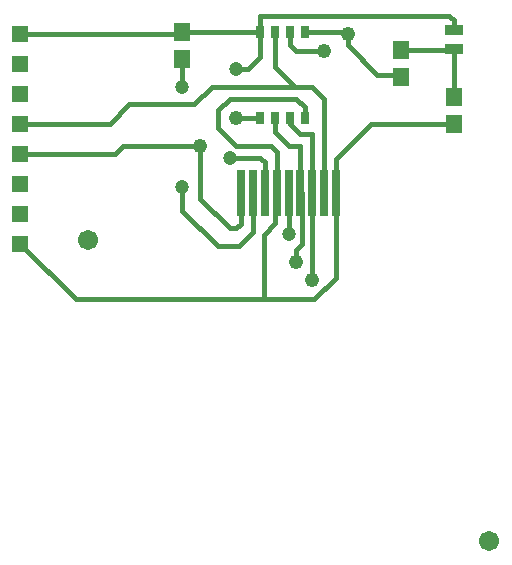
<source format=gbr>
%FSLAX35Y35*%
%MOIN*%
G04 EasyPC Gerber Version 18.0.9 Build 3640 *
%ADD17R,0.02953X0.15748*%
%ADD16R,0.03150X0.04331*%
%ADD19R,0.05500X0.06000*%
%ADD71R,0.05512X0.05512*%
%ADD20C,0.01500*%
%ADD21C,0.04724*%
%ADD22C,0.04800*%
%ADD15C,0.06000*%
%ADD18C,0.06706*%
%ADD70R,0.06299X0.03543*%
X0Y0D02*
D02*
D15*
X41730Y122470D03*
X175589Y22077D03*
D02*
D16*
X99191Y163219D03*
Y191959D03*
X104191Y163219D03*
Y191959D03*
X109191Y163219D03*
Y191959D03*
X114191Y163219D03*
Y191959D03*
D02*
D17*
X92911Y138219D03*
X96848D03*
X100785D03*
X104722D03*
X108659D03*
X112596D03*
X116533D03*
X120470D03*
X124407D03*
D02*
D18*
X41730Y122470D03*
X175589Y22077D03*
D02*
D19*
X73226Y182931D03*
Y191931D03*
X146061Y177026D03*
Y186026D03*
X163778Y161278D03*
Y170278D03*
D02*
D70*
Y186250D03*
Y192549D03*
D02*
D71*
X19250Y121250D03*
Y131250D03*
Y141250D03*
Y151250D03*
Y161250D03*
Y171250D03*
Y181250D03*
Y191250D03*
D02*
D20*
Y121250D02*
X37715Y102785D01*
X100785*
X19250Y151250D02*
X50825D01*
X53541Y153967*
X79132*
X73226Y182931D02*
Y173652D01*
Y191931D02*
Y191250D01*
X19250*
X92911Y138219D02*
Y128069D01*
X91250Y126407*
X88974*
X79132Y136250*
Y153967*
X96848Y138219D02*
Y125100D01*
X92250Y120502*
X85037*
X73226Y132313*
Y140187*
X99191Y163219D02*
X90943D01*
X99191Y191959D02*
Y183498D01*
X95250Y179557*
X90943*
X99191Y191959D02*
Y191931D01*
X73226*
X99191Y191959D02*
Y197274D01*
X162250*
X163778Y195746*
Y192549*
X100785Y102785D02*
X117250D01*
X124407Y109943*
Y138219*
X100785D02*
Y148494D01*
X99250Y150030*
X89250*
X104191Y191959D02*
Y180089D01*
X110628Y173652*
X104722Y138219D02*
X104250D01*
Y128250*
X100313Y124313*
Y102785*
X100785*
X104722Y138219D02*
Y151998D01*
X102754Y153967*
X90943*
X85037Y159872*
Y165778*
X88974Y169715*
X111250*
X114191Y166774*
Y163219*
X108659Y138219D02*
Y124439D01*
X109191Y191959D02*
Y187522D01*
X111250Y185463*
X120470*
X110628Y173652D02*
X83069D01*
X77163Y167746*
X55510*
X49014Y161250*
X19250*
X110628Y173652D02*
X116533D01*
X120470Y169715*
Y138219*
X112596D02*
X113250D01*
Y121250*
X111250Y119250*
Y115250*
X112596Y138219D02*
Y153967D01*
X108659*
X104191Y158435*
Y163219*
X116533Y138219D02*
Y109250D01*
Y138219D02*
Y157904D01*
X112596*
X109191Y161309*
Y163219*
X124407Y138219D02*
Y149467D01*
X136219Y161278*
X163778*
X128344Y191368D02*
Y191959D01*
X114191*
X146061Y177026D02*
Y177589D01*
X138187*
X128344Y187431*
Y191368*
X163778Y170278D02*
Y186250D01*
Y186026*
X146061*
D02*
D21*
X73226Y140187D03*
Y173652D03*
X89250Y150030D03*
X90943Y179557D03*
X108659Y124439D03*
D02*
D22*
X79132Y153967D03*
X90943Y163219D03*
X111250Y115250D03*
X116533Y109250D03*
X120470Y185463D03*
X128344Y191368D03*
X0Y0D02*
M02*

</source>
